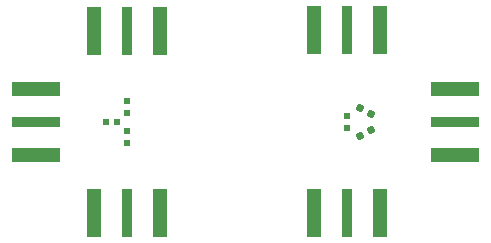
<source format=gtp>
G04*
G04 #@! TF.GenerationSoftware,Altium Limited,Altium Designer,24.4.1 (13)*
G04*
G04 Layer_Color=8421504*
%FSLAX25Y25*%
%MOIN*%
G70*
G04*
G04 #@! TF.SameCoordinates,8AE4C5FD-FAF6-43D2-9A58-D59D8264A591*
G04*
G04*
G04 #@! TF.FilePolarity,Positive*
G04*
G01*
G75*
%ADD10R,0.16142X0.03543*%
%ADD11R,0.16142X0.04921*%
%ADD12R,0.03543X0.16142*%
%ADD13R,0.04921X0.16142*%
%ADD14R,0.02362X0.02362*%
%ADD15R,0.02362X0.02362*%
%ADD16P,0.03341X4X345.0*%
%ADD17P,0.03341X4X105.0*%
D10*
X9055Y39370D02*
D03*
X148721D02*
D03*
D11*
X9055Y50295D02*
D03*
Y28445D02*
D03*
X148721D02*
D03*
Y50295D02*
D03*
D12*
X39370Y9055D02*
D03*
Y69685D02*
D03*
X112795Y70079D02*
D03*
X112795Y9055D02*
D03*
D13*
X28445D02*
D03*
X50295D02*
D03*
Y69685D02*
D03*
X28445D02*
D03*
X123721Y70079D02*
D03*
X101870D02*
D03*
X101870Y9055D02*
D03*
X123720D02*
D03*
D14*
X112795Y37402D02*
D03*
Y41339D02*
D03*
X39370Y32283D02*
D03*
Y36220D02*
D03*
Y46457D02*
D03*
Y42520D02*
D03*
D15*
X36220Y39370D02*
D03*
X32283D02*
D03*
D16*
X117193Y34843D02*
D03*
X120602Y36811D02*
D03*
D17*
Y41929D02*
D03*
X117193Y43898D02*
D03*
M02*

</source>
